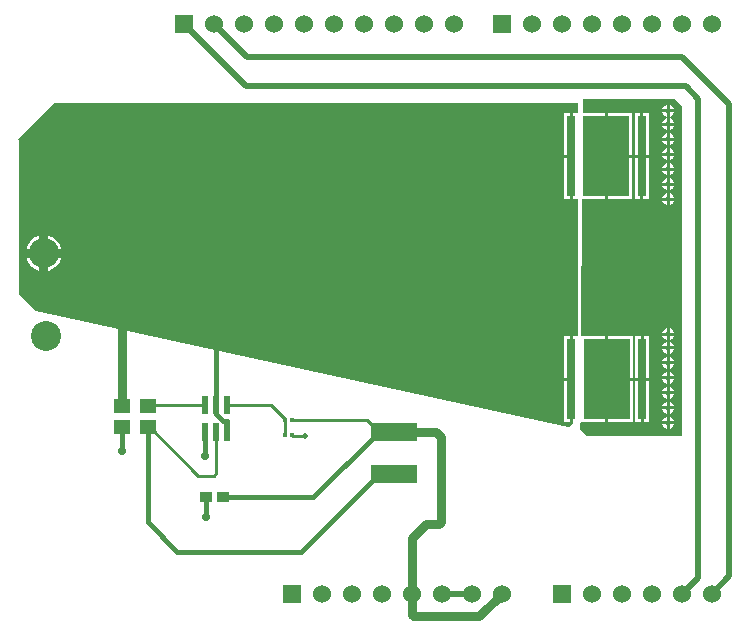
<source format=gbr>
G04*
G04 #@! TF.GenerationSoftware,Altium Limited,Altium Designer,23.0.1 (38)*
G04*
G04 Layer_Physical_Order=1*
G04 Layer_Color=152*
%FSLAX44Y44*%
%MOMM*%
G71*
G04*
G04 #@! TF.SameCoordinates,64DEC9DB-233E-40C6-88A2-80678BC6FC1E*
G04*
G04*
G04 #@! TF.FilePolarity,Positive*
G04*
G01*
G75*
%ADD13C,0.2540*%
G04:AMPARAMS|DCode=14|XSize=0.4mm|YSize=0.33mm|CornerRadius=0.0825mm|HoleSize=0mm|Usage=FLASHONLY|Rotation=270.000|XOffset=0mm|YOffset=0mm|HoleType=Round|Shape=RoundedRectangle|*
%AMROUNDEDRECTD14*
21,1,0.4000,0.1650,0,0,270.0*
21,1,0.2350,0.3300,0,0,270.0*
1,1,0.1650,-0.0825,-0.1175*
1,1,0.1650,-0.0825,0.1175*
1,1,0.1650,0.0825,0.1175*
1,1,0.1650,0.0825,-0.1175*
%
%ADD14ROUNDEDRECTD14*%
G04:AMPARAMS|DCode=15|XSize=0.4mm|YSize=0.38mm|CornerRadius=0.095mm|HoleSize=0mm|Usage=FLASHONLY|Rotation=270.000|XOffset=0mm|YOffset=0mm|HoleType=Round|Shape=RoundedRectangle|*
%AMROUNDEDRECTD15*
21,1,0.4000,0.1900,0,0,270.0*
21,1,0.2100,0.3800,0,0,270.0*
1,1,0.1900,-0.0950,-0.1050*
1,1,0.1900,-0.0950,0.1050*
1,1,0.1900,0.0950,0.1050*
1,1,0.1900,0.0950,-0.1050*
%
%ADD15ROUNDEDRECTD15*%
%ADD16R,1.4700X1.1600*%
%ADD17R,1.0100X0.9300*%
%ADD18R,1.4700X1.1500*%
%ADD19R,3.9000X6.7600*%
%ADD20R,0.7000X6.7600*%
%ADD21R,4.0000X1.5000*%
%ADD22R,0.3800X0.4000*%
G04:AMPARAMS|DCode=23|XSize=1.45mm|YSize=0.59mm|CornerRadius=0.0738mm|HoleSize=0mm|Usage=FLASHONLY|Rotation=90.000|XOffset=0mm|YOffset=0mm|HoleType=Round|Shape=RoundedRectangle|*
%AMROUNDEDRECTD23*
21,1,1.4500,0.4425,0,0,90.0*
21,1,1.3025,0.5900,0,0,90.0*
1,1,0.1475,0.2213,0.6513*
1,1,0.1475,0.2213,-0.6513*
1,1,0.1475,-0.2213,-0.6513*
1,1,0.1475,-0.2213,0.6513*
%
%ADD23ROUNDEDRECTD23*%
%ADD24R,1.5300X1.5300*%
%ADD25C,1.5300*%
%ADD26C,2.5400*%
%ADD27C,0.5080*%
%ADD28C,0.7112*%
%ADD29C,0.3810*%
%ADD30C,0.7620*%
%ADD31C,0.5080*%
G36*
X525780Y434104D02*
X521434D01*
Y397764D01*
Y361424D01*
X525780D01*
Y245382D01*
X521688D01*
Y209042D01*
Y172399D01*
X522049Y171529D01*
X518668Y168148D01*
X517398D01*
X66802Y266954D01*
X52578Y281178D01*
Y411226D01*
X51816Y411988D01*
X82296Y442468D01*
X525780D01*
Y434104D01*
D02*
G37*
G36*
X613918Y439928D02*
Y160528D01*
X533908D01*
X527558Y166878D01*
X527602Y171753D01*
X528378Y172702D01*
X528881Y172702D01*
X549148D01*
Y209042D01*
Y245382D01*
X529542D01*
X528283Y246613D01*
X529327Y361424D01*
X548894D01*
Y397764D01*
Y434104D01*
X530890D01*
X529995Y435006D01*
X530098Y446278D01*
X607568D01*
X613918Y439928D01*
D02*
G37*
%LPC*%
G36*
X518894Y434104D02*
X514124D01*
Y399034D01*
X518894D01*
Y434104D01*
D02*
G37*
G36*
Y396494D02*
X514124D01*
Y361424D01*
X518894D01*
Y396494D01*
D02*
G37*
G36*
X77724Y330249D02*
Y319278D01*
X88695D01*
X88568Y319913D01*
X87420Y322687D01*
X85752Y325183D01*
X83629Y327306D01*
X81133Y328974D01*
X78359Y330122D01*
X77724Y330249D01*
D02*
G37*
G36*
X70104D02*
X69469Y330122D01*
X66695Y328974D01*
X64199Y327306D01*
X62076Y325183D01*
X60409Y322687D01*
X59260Y319913D01*
X59133Y319278D01*
X70104D01*
Y330249D01*
D02*
G37*
G36*
X88695Y311658D02*
X77724D01*
Y300687D01*
X78359Y300814D01*
X81133Y301963D01*
X83629Y303630D01*
X85752Y305753D01*
X87420Y308249D01*
X88568Y311023D01*
X88695Y311658D01*
D02*
G37*
G36*
X70104D02*
X59133D01*
X59260Y311023D01*
X60409Y308249D01*
X62076Y305753D01*
X64199Y303630D01*
X66695Y301963D01*
X69469Y300814D01*
X70104Y300687D01*
Y311658D01*
D02*
G37*
G36*
X519148Y245382D02*
X514378D01*
Y210312D01*
X519148D01*
Y245382D01*
D02*
G37*
G36*
Y207772D02*
X514378D01*
Y172702D01*
X519148D01*
Y207772D01*
D02*
G37*
G36*
X603758Y441091D02*
Y437388D01*
X607461D01*
X606795Y438996D01*
X605366Y440425D01*
X603758Y441091D01*
D02*
G37*
G36*
X601218D02*
X599610Y440425D01*
X598181Y438996D01*
X597515Y437388D01*
X601218D01*
Y441091D01*
D02*
G37*
G36*
X607461Y434848D02*
X603758D01*
Y431146D01*
X605366Y431811D01*
X606795Y433240D01*
X607461Y434848D01*
D02*
G37*
G36*
X601218D02*
X597515D01*
X598181Y433240D01*
X599610Y431811D01*
X601218Y431146D01*
Y434848D01*
D02*
G37*
G36*
X603758Y429660D02*
Y425958D01*
X607461D01*
X606795Y427566D01*
X605366Y428995D01*
X603758Y429660D01*
D02*
G37*
G36*
X601218D02*
X599610Y428995D01*
X598181Y427566D01*
X597515Y425958D01*
X601218D01*
Y429660D01*
D02*
G37*
G36*
X607461Y423418D02*
X603758D01*
Y419715D01*
X605366Y420381D01*
X606795Y421810D01*
X607461Y423418D01*
D02*
G37*
G36*
X601218D02*
X597515D01*
X598181Y421810D01*
X599610Y420381D01*
X601218Y419715D01*
Y423418D01*
D02*
G37*
G36*
X603758Y416960D02*
Y413258D01*
X607461D01*
X606795Y414866D01*
X605366Y416295D01*
X603758Y416960D01*
D02*
G37*
G36*
X601218D02*
X599610Y416295D01*
X598181Y414866D01*
X597515Y413258D01*
X601218D01*
Y416960D01*
D02*
G37*
G36*
X607461Y410718D02*
X603758D01*
Y407015D01*
X605366Y407681D01*
X606795Y409110D01*
X607461Y410718D01*
D02*
G37*
G36*
X601218D02*
X597515D01*
X598181Y409110D01*
X599610Y407681D01*
X601218Y407015D01*
Y410718D01*
D02*
G37*
G36*
X603758Y404260D02*
Y400558D01*
X607461D01*
X606795Y402166D01*
X605366Y403595D01*
X603758Y404260D01*
D02*
G37*
G36*
X601218D02*
X599610Y403595D01*
X598181Y402166D01*
X597515Y400558D01*
X601218D01*
Y404260D01*
D02*
G37*
G36*
X586204Y434104D02*
X581434D01*
Y399034D01*
X586204D01*
Y434104D01*
D02*
G37*
G36*
X578894D02*
X574124D01*
Y399034D01*
X578894D01*
Y434104D01*
D02*
G37*
G36*
X572204D02*
X551434D01*
Y399034D01*
X572204D01*
Y434104D01*
D02*
G37*
G36*
X607461Y398018D02*
X603758D01*
Y394315D01*
X605366Y394981D01*
X606795Y396410D01*
X607461Y398018D01*
D02*
G37*
G36*
X601218D02*
X597515D01*
X598181Y396410D01*
X599610Y394981D01*
X601218Y394315D01*
Y398018D01*
D02*
G37*
G36*
X603758Y391561D02*
Y387858D01*
X607461D01*
X606795Y389466D01*
X605366Y390895D01*
X603758Y391561D01*
D02*
G37*
G36*
X601218D02*
X599610Y390895D01*
X598181Y389466D01*
X597515Y387858D01*
X601218D01*
Y391561D01*
D02*
G37*
G36*
X607461Y385318D02*
X603758D01*
Y381615D01*
X605366Y382281D01*
X606795Y383710D01*
X607461Y385318D01*
D02*
G37*
G36*
X601218D02*
X597515D01*
X598181Y383710D01*
X599610Y382281D01*
X601218Y381615D01*
Y385318D01*
D02*
G37*
G36*
X603758Y378861D02*
Y375158D01*
X607461D01*
X606795Y376766D01*
X605366Y378195D01*
X603758Y378861D01*
D02*
G37*
G36*
X601218D02*
X599610Y378195D01*
X598181Y376766D01*
X597515Y375158D01*
X601218D01*
Y378861D01*
D02*
G37*
G36*
X607461Y372618D02*
X603758D01*
Y368915D01*
X605366Y369581D01*
X606795Y371010D01*
X607461Y372618D01*
D02*
G37*
G36*
X601218D02*
X597515D01*
X598181Y371010D01*
X599610Y369581D01*
X601218Y368915D01*
Y372618D01*
D02*
G37*
G36*
X603758Y366161D02*
Y362458D01*
X607461D01*
X606795Y364066D01*
X605366Y365495D01*
X603758Y366161D01*
D02*
G37*
G36*
X601218D02*
X599610Y365495D01*
X598181Y364066D01*
X597515Y362458D01*
X601218D01*
Y366161D01*
D02*
G37*
G36*
X586204Y396494D02*
X581434D01*
Y361424D01*
X586204D01*
Y396494D01*
D02*
G37*
G36*
X578894D02*
X574124D01*
Y361424D01*
X578894D01*
Y396494D01*
D02*
G37*
G36*
X572204D02*
X551434D01*
Y361424D01*
X572204D01*
Y396494D01*
D02*
G37*
G36*
X607461Y359918D02*
X603758D01*
Y356216D01*
X605366Y356881D01*
X606795Y358310D01*
X607461Y359918D01*
D02*
G37*
G36*
X601218D02*
X597515D01*
X598181Y358310D01*
X599610Y356881D01*
X601218Y356216D01*
Y359918D01*
D02*
G37*
G36*
X603758Y251861D02*
Y248158D01*
X607461D01*
X606795Y249766D01*
X605366Y251195D01*
X603758Y251861D01*
D02*
G37*
G36*
X601218D02*
X599610Y251195D01*
X598181Y249766D01*
X597515Y248158D01*
X601218D01*
Y251861D01*
D02*
G37*
G36*
X607461Y245618D02*
X603758D01*
Y241915D01*
X605366Y242581D01*
X606795Y244010D01*
X607461Y245618D01*
D02*
G37*
G36*
X601218D02*
X597515D01*
X598181Y244010D01*
X599610Y242581D01*
X601218Y241915D01*
Y245618D01*
D02*
G37*
G36*
X603758Y240431D02*
Y236728D01*
X607461D01*
X606795Y238336D01*
X605366Y239765D01*
X603758Y240431D01*
D02*
G37*
G36*
X601218D02*
X599610Y239765D01*
X598181Y238336D01*
X597515Y236728D01*
X601218D01*
Y240431D01*
D02*
G37*
G36*
X607461Y234188D02*
X603758D01*
Y230485D01*
X605366Y231151D01*
X606795Y232580D01*
X607461Y234188D01*
D02*
G37*
G36*
X601218D02*
X597515D01*
X598181Y232580D01*
X599610Y231151D01*
X601218Y230485D01*
Y234188D01*
D02*
G37*
G36*
X603758Y227731D02*
Y224028D01*
X607461D01*
X606795Y225636D01*
X605366Y227065D01*
X603758Y227731D01*
D02*
G37*
G36*
X601218D02*
X599610Y227065D01*
X598181Y225636D01*
X597515Y224028D01*
X601218D01*
Y227731D01*
D02*
G37*
G36*
X607461Y221488D02*
X603758D01*
Y217785D01*
X605366Y218451D01*
X606795Y219880D01*
X607461Y221488D01*
D02*
G37*
G36*
X601218D02*
X597515D01*
X598181Y219880D01*
X599610Y218451D01*
X601218Y217785D01*
Y221488D01*
D02*
G37*
G36*
X603758Y215030D02*
Y211328D01*
X607461D01*
X606795Y212936D01*
X605366Y214365D01*
X603758Y215030D01*
D02*
G37*
G36*
X601218D02*
X599610Y214365D01*
X598181Y212936D01*
X597515Y211328D01*
X601218D01*
Y215030D01*
D02*
G37*
G36*
X586458Y245382D02*
X581688D01*
Y210312D01*
X586458D01*
Y245382D01*
D02*
G37*
G36*
X579148D02*
X574378D01*
Y210312D01*
X579148D01*
Y245382D01*
D02*
G37*
G36*
X572458D02*
X551688D01*
Y210312D01*
X572458D01*
Y245382D01*
D02*
G37*
G36*
X607461Y208788D02*
X603758D01*
Y205086D01*
X605366Y205751D01*
X606795Y207180D01*
X607461Y208788D01*
D02*
G37*
G36*
X601218D02*
X597515D01*
X598181Y207180D01*
X599610Y205751D01*
X601218Y205086D01*
Y208788D01*
D02*
G37*
G36*
X603758Y202330D02*
Y198628D01*
X607461D01*
X606795Y200236D01*
X605366Y201665D01*
X603758Y202330D01*
D02*
G37*
G36*
X601218D02*
X599610Y201665D01*
X598181Y200236D01*
X597515Y198628D01*
X601218D01*
Y202330D01*
D02*
G37*
G36*
X607461Y196088D02*
X603758D01*
Y192386D01*
X605366Y193051D01*
X606795Y194480D01*
X607461Y196088D01*
D02*
G37*
G36*
X601218D02*
X597515D01*
X598181Y194480D01*
X599610Y193051D01*
X601218Y192386D01*
Y196088D01*
D02*
G37*
G36*
X603758Y189631D02*
Y185928D01*
X607461D01*
X606795Y187536D01*
X605366Y188965D01*
X603758Y189631D01*
D02*
G37*
G36*
X601218D02*
X599610Y188965D01*
X598181Y187536D01*
X597515Y185928D01*
X601218D01*
Y189631D01*
D02*
G37*
G36*
X607461Y183388D02*
X603758D01*
Y179685D01*
X605366Y180351D01*
X606795Y181780D01*
X607461Y183388D01*
D02*
G37*
G36*
X601218D02*
X597515D01*
X598181Y181780D01*
X599610Y180351D01*
X601218Y179685D01*
Y183388D01*
D02*
G37*
G36*
X603758Y176931D02*
Y173228D01*
X607461D01*
X606795Y174836D01*
X605366Y176265D01*
X603758Y176931D01*
D02*
G37*
G36*
X601218D02*
X599610Y176265D01*
X598181Y174836D01*
X597515Y173228D01*
X601218D01*
Y176931D01*
D02*
G37*
G36*
X586458Y207772D02*
X581688D01*
Y172702D01*
X586458D01*
Y207772D01*
D02*
G37*
G36*
X579148D02*
X574378D01*
Y172702D01*
X579148D01*
Y207772D01*
D02*
G37*
G36*
X572458D02*
X551688D01*
Y172702D01*
X572458D01*
Y207772D01*
D02*
G37*
G36*
X607461Y170688D02*
X603758D01*
Y166985D01*
X605366Y167651D01*
X606795Y169080D01*
X607461Y170688D01*
D02*
G37*
G36*
X601218D02*
X597515D01*
X598181Y169080D01*
X599610Y167651D01*
X601218Y166985D01*
Y170688D01*
D02*
G37*
%LPD*%
D13*
X229105Y186954D02*
X265813D01*
X219605D02*
X219964Y186595D01*
X75438Y321818D02*
X76989Y320267D01*
X277891Y161314D02*
Y174776D01*
X294755Y160921D02*
X295148Y160528D01*
X284121Y160921D02*
X294755D01*
X283741Y161301D02*
X284121Y160921D01*
X283741Y161301D02*
Y161314D01*
X283511Y174776D02*
X347360D01*
X277891D02*
Y174876D01*
X265813Y186954D02*
X277891Y174876D01*
X217460Y127254D02*
X219605Y129399D01*
Y163854D01*
X204747Y127254D02*
X217460D01*
X162099Y168352D02*
X163649D01*
X204747Y127254D01*
X162099Y185952D02*
X163101Y186954D01*
X210105D01*
X357578Y164558D02*
X370078D01*
X347360Y174776D02*
X357578Y164558D01*
Y128558D02*
X370078D01*
X211328Y108943D02*
X211375Y108990D01*
X210082Y163831D02*
X210105Y163854D01*
X210058Y144018D02*
X210082Y144042D01*
D14*
X283741Y161314D02*
D03*
D15*
X277891D02*
D03*
D16*
X162099Y168352D02*
D03*
Y185952D02*
D03*
D17*
X225555Y108990D02*
D03*
X211375D02*
D03*
D18*
X140208Y168402D02*
D03*
Y186002D02*
D03*
D19*
X550164Y397764D02*
D03*
X550418Y209042D02*
D03*
D20*
X580164Y397764D02*
D03*
X520164D02*
D03*
X580418Y209042D02*
D03*
X520418D02*
D03*
D21*
X370078Y128558D02*
D03*
Y164558D02*
D03*
D22*
X277891Y174776D02*
D03*
X283511D02*
D03*
D23*
X210105Y163854D02*
D03*
X219605D02*
D03*
X229105D02*
D03*
Y186954D02*
D03*
X219605D02*
D03*
X210105D02*
D03*
D24*
X192278Y509778D02*
D03*
X512318Y27178D02*
D03*
X283718D02*
D03*
X461518Y509778D02*
D03*
D25*
X217678D02*
D03*
X243078D02*
D03*
X268478D02*
D03*
X293878D02*
D03*
X319278D02*
D03*
X344678D02*
D03*
X370078D02*
D03*
X395478D02*
D03*
X420878D02*
D03*
X537718Y27178D02*
D03*
X563118D02*
D03*
X588518D02*
D03*
X613918D02*
D03*
X639318D02*
D03*
X309118D02*
D03*
X334518D02*
D03*
X359918D02*
D03*
X385318D02*
D03*
X410718D02*
D03*
X436118D02*
D03*
X461518D02*
D03*
X486918Y509778D02*
D03*
X512318D02*
D03*
X537718D02*
D03*
X563118D02*
D03*
X588518D02*
D03*
X613918D02*
D03*
X639318D02*
D03*
D26*
X75438Y245618D02*
D03*
X73914Y315468D02*
D03*
D27*
X295148Y160528D02*
D03*
X602488Y235458D02*
D03*
Y171958D02*
D03*
Y197358D02*
D03*
Y184658D02*
D03*
Y246888D02*
D03*
Y210058D02*
D03*
Y436118D02*
D03*
Y424688D02*
D03*
Y411988D02*
D03*
Y399288D02*
D03*
Y386588D02*
D03*
Y373888D02*
D03*
Y361188D02*
D03*
Y222758D02*
D03*
D28*
X140208Y147828D02*
D03*
X211328Y91948D02*
D03*
X210058Y144018D02*
D03*
D29*
X219605Y186954D02*
Y244856D01*
X229105Y163854D02*
Y173733D01*
X219964Y179578D02*
X225809Y173733D01*
X229105D01*
X219964Y179578D02*
Y186595D01*
X228060Y164899D02*
X229105Y163854D01*
X302010Y108990D02*
X357578Y164558D01*
X225555Y108990D02*
X302010D01*
X186944Y62738D02*
X291758D01*
X357578Y128558D01*
X162099Y87583D02*
X186944Y62738D01*
X162099Y87583D02*
Y168352D01*
X140208Y147828D02*
Y168402D01*
X211328Y91948D02*
Y108943D01*
X210082Y144042D02*
Y163831D01*
D30*
X140208Y186002D02*
Y257048D01*
X409956Y87594D02*
Y160094D01*
X405492Y164558D02*
X409956Y160094D01*
X370078Y164558D02*
X405492D01*
X408468Y86106D02*
X409956Y87594D01*
X397256Y86106D02*
X408468D01*
X385318Y74168D02*
X397256Y86106D01*
X385318Y27178D02*
Y74168D01*
Y9616D02*
Y27178D01*
Y9616D02*
X386806Y8128D01*
X442468D01*
X461518Y27178D01*
D31*
X613918D02*
X627634Y40894D01*
Y446532D01*
X617220Y456946D02*
X627634Y446532D01*
X245110Y456946D02*
X617220D01*
X192278Y509778D02*
X245110Y456946D01*
X217678Y509778D02*
X245872Y481584D01*
X614208D02*
X654050Y441742D01*
X245872Y481584D02*
X614208D01*
X639318Y27178D02*
X654050Y41910D01*
Y441742D01*
X410718Y27178D02*
X436118D01*
M02*

</source>
